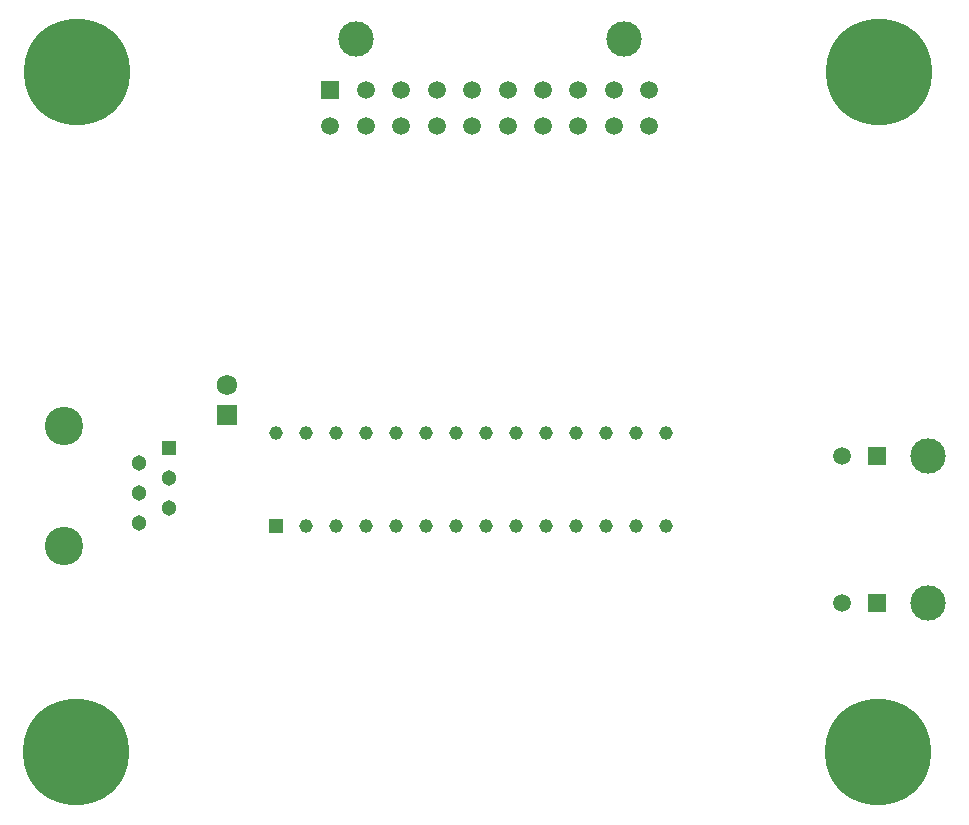
<source format=gbr>
%TF.GenerationSoftware,KiCad,Pcbnew,7.0.10*%
%TF.CreationDate,2024-02-07T01:22:45-06:00*%
%TF.ProjectId,Resistor Bank Control Board,52657369-7374-46f7-9220-42616e6b2043,rev?*%
%TF.SameCoordinates,Original*%
%TF.FileFunction,Soldermask,Bot*%
%TF.FilePolarity,Negative*%
%FSLAX46Y46*%
G04 Gerber Fmt 4.6, Leading zero omitted, Abs format (unit mm)*
G04 Created by KiCad (PCBNEW 7.0.10) date 2024-02-07 01:22:45*
%MOMM*%
%LPD*%
G01*
G04 APERTURE LIST*
%ADD10R,1.725000X1.725000*%
%ADD11C,1.725000*%
%ADD12C,9.000000*%
%ADD13R,1.159000X1.159000*%
%ADD14C,1.159000*%
%ADD15C,3.000000*%
%ADD16R,1.520000X1.520000*%
%ADD17C,1.520000*%
%ADD18C,3.250000*%
%ADD19R,1.303000X1.303000*%
%ADD20C,1.303000*%
G04 APERTURE END LIST*
D10*
%TO.C,JP1*%
X101930000Y-108760000D03*
D11*
X101930000Y-106220000D03*
%TD*%
D12*
%TO.C,H1*%
X89250000Y-79750000D03*
%TD*%
%TO.C,H3*%
X157100000Y-137300000D03*
%TD*%
D13*
%TO.C,IC25*%
X106090000Y-118188000D03*
D14*
X108630000Y-118188000D03*
X111170000Y-118188000D03*
X113710000Y-118188000D03*
X116250000Y-118188000D03*
X118790000Y-118188000D03*
X121330000Y-118188000D03*
X123870000Y-118188000D03*
X126410000Y-118188000D03*
X128950000Y-118188000D03*
X131490000Y-118188000D03*
X134030000Y-118188000D03*
X136570000Y-118188000D03*
X139110000Y-118188000D03*
X139110000Y-110250000D03*
X136570000Y-110250000D03*
X134030000Y-110250000D03*
X131490000Y-110250000D03*
X128950000Y-110250000D03*
X126410000Y-110250000D03*
X123870000Y-110250000D03*
X121330000Y-110250000D03*
X118790000Y-110250000D03*
X116250000Y-110250000D03*
X113710000Y-110250000D03*
X111170000Y-110250000D03*
X108630000Y-110250000D03*
X106090000Y-110250000D03*
%TD*%
D15*
%TO.C,J2*%
X161314600Y-112221750D03*
D16*
X156994600Y-112221750D03*
D17*
X153994600Y-112221750D03*
%TD*%
D15*
%TO.C,J4*%
X161314600Y-124693500D03*
D16*
X156994600Y-124693500D03*
D17*
X153994600Y-124693500D03*
%TD*%
D15*
%TO.C,J1*%
X135561750Y-76935400D03*
X112881750Y-76935400D03*
D16*
X110721750Y-81255400D03*
D17*
X113721750Y-81255400D03*
X116721750Y-81255400D03*
X119721750Y-81255400D03*
X122721750Y-81255400D03*
X125721750Y-81255400D03*
X128721750Y-81255400D03*
X131721750Y-81255400D03*
X134721750Y-81255400D03*
X137721750Y-81255400D03*
X110721750Y-84255400D03*
X113721750Y-84255400D03*
X116721750Y-84255400D03*
X119721750Y-84255400D03*
X122721750Y-84255400D03*
X125721750Y-84255400D03*
X128721750Y-84255400D03*
X131721750Y-84255400D03*
X134721750Y-84255400D03*
X137721750Y-84255400D03*
%TD*%
D12*
%TO.C,H4*%
X89200000Y-137300000D03*
%TD*%
D18*
%TO.C,J3*%
X88130000Y-109670000D03*
X88130000Y-119830000D03*
D19*
X97020000Y-111570000D03*
D20*
X94480000Y-112840000D03*
X97020000Y-114110000D03*
X94480000Y-115380000D03*
X97020000Y-116650000D03*
X94480000Y-117920000D03*
%TD*%
D12*
%TO.C,H2*%
X157150000Y-79750000D03*
%TD*%
M02*

</source>
